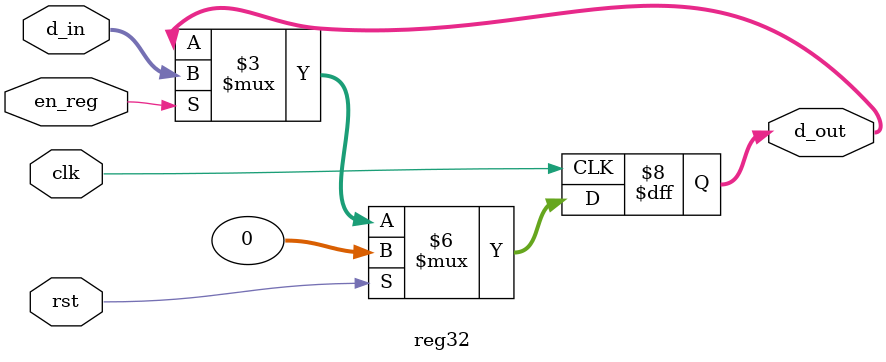
<source format=v>
/*
	Title: 32-Bit Register with Synchronous Reset
	Editor: Selene (Computer System and Architecture Lab, ICE, CYCU)
	
	Input Port
		1. clk
		2. rst: ­«¸m°T¸¹
		3. en_reg: ±±¨î¼È¦s¾¹¬O§_¥i¼g¤J
		4. d_in: ±ý¼g¤Jªº¼È¦s¾¹¸ê®Æ
	Output Port
		1. d_out: ©ÒÅª¨úªº¼È¦s¾¹¸ê®Æ
*/
`timescale 1ns/1ns
module reg32 ( clk, rst, en_reg, d_in, d_out );
    input clk, rst, en_reg;
    input[31:0]	d_in;
    output[31:0] d_out;
    reg [31:0] d_out;
   
    always @( posedge clk ) begin
        if ( rst )
			d_out <= 32'b0;
        else if ( en_reg )
			d_out <= d_in;
		else
			d_out <= d_out;
    end

endmodule
	

</source>
